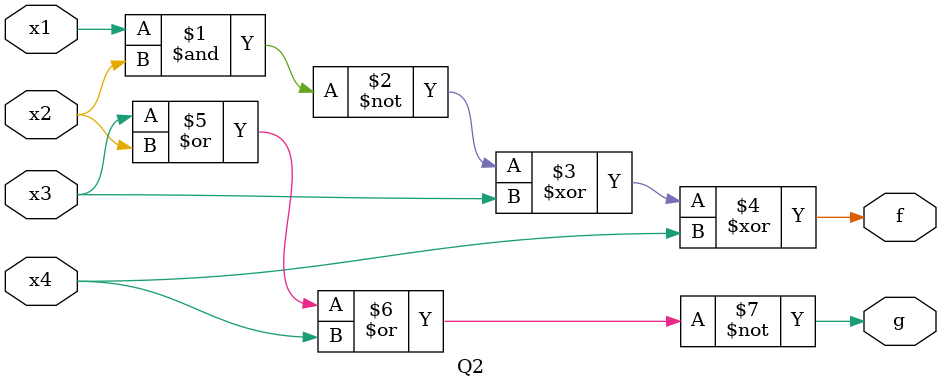
<source format=v>
module Q2 ( x1, x2, x3,x4,f,g);
  input x1,x2,x3,x4;
  output f,g;
  assign f = ((~(x1&x2))^x3^x4);
  assign g = (~(x3|x2|x4));
endmodule

</source>
